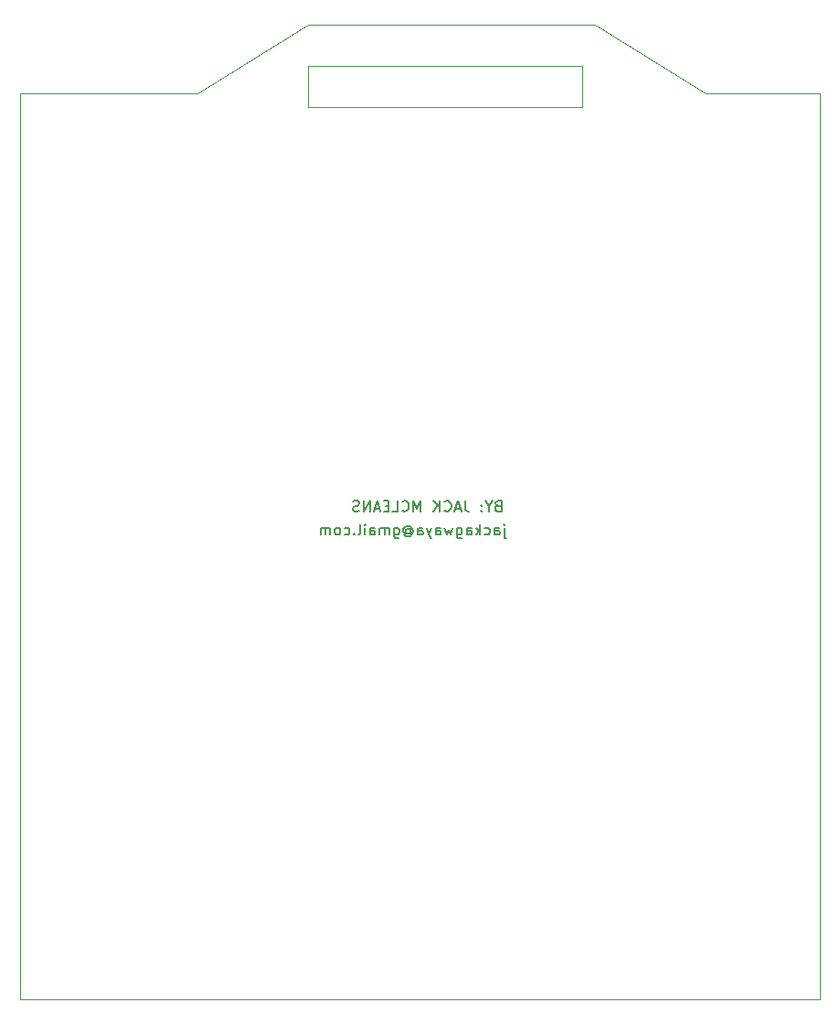
<source format=gbr>
G04 #@! TF.GenerationSoftware,KiCad,Pcbnew,(5.1.2)-2*
G04 #@! TF.CreationDate,2020-01-11T10:49:25+03:00*
G04 #@! TF.ProjectId,DINODE,44494e4f-4445-42e6-9b69-6361645f7063,rev?*
G04 #@! TF.SameCoordinates,Original*
G04 #@! TF.FileFunction,Legend,Bot*
G04 #@! TF.FilePolarity,Positive*
%FSLAX46Y46*%
G04 Gerber Fmt 4.6, Leading zero omitted, Abs format (unit mm)*
G04 Created by KiCad (PCBNEW (5.1.2)-2) date 2020-01-11 10:49:25*
%MOMM*%
%LPD*%
G04 APERTURE LIST*
%ADD10C,0.150000*%
%ADD11C,0.050000*%
G04 APERTURE END LIST*
D10*
X129912000Y-85891714D02*
X129912000Y-86748857D01*
X129959619Y-86844095D01*
X130054857Y-86891714D01*
X130102476Y-86891714D01*
X129912000Y-85558380D02*
X129959619Y-85606000D01*
X129912000Y-85653619D01*
X129864380Y-85606000D01*
X129912000Y-85558380D01*
X129912000Y-85653619D01*
X129007238Y-86558380D02*
X129007238Y-86034571D01*
X129054857Y-85939333D01*
X129150095Y-85891714D01*
X129340571Y-85891714D01*
X129435809Y-85939333D01*
X129007238Y-86510761D02*
X129102476Y-86558380D01*
X129340571Y-86558380D01*
X129435809Y-86510761D01*
X129483428Y-86415523D01*
X129483428Y-86320285D01*
X129435809Y-86225047D01*
X129340571Y-86177428D01*
X129102476Y-86177428D01*
X129007238Y-86129809D01*
X128102476Y-86510761D02*
X128197714Y-86558380D01*
X128388190Y-86558380D01*
X128483428Y-86510761D01*
X128531047Y-86463142D01*
X128578666Y-86367904D01*
X128578666Y-86082190D01*
X128531047Y-85986952D01*
X128483428Y-85939333D01*
X128388190Y-85891714D01*
X128197714Y-85891714D01*
X128102476Y-85939333D01*
X127673904Y-86558380D02*
X127673904Y-85558380D01*
X127578666Y-86177428D02*
X127292952Y-86558380D01*
X127292952Y-85891714D02*
X127673904Y-86272666D01*
X126435809Y-86558380D02*
X126435809Y-86034571D01*
X126483428Y-85939333D01*
X126578666Y-85891714D01*
X126769142Y-85891714D01*
X126864380Y-85939333D01*
X126435809Y-86510761D02*
X126531047Y-86558380D01*
X126769142Y-86558380D01*
X126864380Y-86510761D01*
X126912000Y-86415523D01*
X126912000Y-86320285D01*
X126864380Y-86225047D01*
X126769142Y-86177428D01*
X126531047Y-86177428D01*
X126435809Y-86129809D01*
X125531047Y-85891714D02*
X125531047Y-86701238D01*
X125578666Y-86796476D01*
X125626285Y-86844095D01*
X125721523Y-86891714D01*
X125864380Y-86891714D01*
X125959619Y-86844095D01*
X125531047Y-86510761D02*
X125626285Y-86558380D01*
X125816761Y-86558380D01*
X125912000Y-86510761D01*
X125959619Y-86463142D01*
X126007238Y-86367904D01*
X126007238Y-86082190D01*
X125959619Y-85986952D01*
X125912000Y-85939333D01*
X125816761Y-85891714D01*
X125626285Y-85891714D01*
X125531047Y-85939333D01*
X125150095Y-85891714D02*
X124959619Y-86558380D01*
X124769142Y-86082190D01*
X124578666Y-86558380D01*
X124388190Y-85891714D01*
X123578666Y-86558380D02*
X123578666Y-86034571D01*
X123626285Y-85939333D01*
X123721523Y-85891714D01*
X123912000Y-85891714D01*
X124007238Y-85939333D01*
X123578666Y-86510761D02*
X123673904Y-86558380D01*
X123912000Y-86558380D01*
X124007238Y-86510761D01*
X124054857Y-86415523D01*
X124054857Y-86320285D01*
X124007238Y-86225047D01*
X123912000Y-86177428D01*
X123673904Y-86177428D01*
X123578666Y-86129809D01*
X123197714Y-85891714D02*
X122959619Y-86558380D01*
X122721523Y-85891714D02*
X122959619Y-86558380D01*
X123054857Y-86796476D01*
X123102476Y-86844095D01*
X123197714Y-86891714D01*
X121912000Y-86558380D02*
X121912000Y-86034571D01*
X121959619Y-85939333D01*
X122054857Y-85891714D01*
X122245333Y-85891714D01*
X122340571Y-85939333D01*
X121912000Y-86510761D02*
X122007238Y-86558380D01*
X122245333Y-86558380D01*
X122340571Y-86510761D01*
X122388190Y-86415523D01*
X122388190Y-86320285D01*
X122340571Y-86225047D01*
X122245333Y-86177428D01*
X122007238Y-86177428D01*
X121912000Y-86129809D01*
X120816761Y-86082190D02*
X120864380Y-86034571D01*
X120959619Y-85986952D01*
X121054857Y-85986952D01*
X121150095Y-86034571D01*
X121197714Y-86082190D01*
X121245333Y-86177428D01*
X121245333Y-86272666D01*
X121197714Y-86367904D01*
X121150095Y-86415523D01*
X121054857Y-86463142D01*
X120959619Y-86463142D01*
X120864380Y-86415523D01*
X120816761Y-86367904D01*
X120816761Y-85986952D02*
X120816761Y-86367904D01*
X120769142Y-86415523D01*
X120721523Y-86415523D01*
X120626285Y-86367904D01*
X120578666Y-86272666D01*
X120578666Y-86034571D01*
X120673904Y-85891714D01*
X120816761Y-85796476D01*
X121007238Y-85748857D01*
X121197714Y-85796476D01*
X121340571Y-85891714D01*
X121435809Y-86034571D01*
X121483428Y-86225047D01*
X121435809Y-86415523D01*
X121340571Y-86558380D01*
X121197714Y-86653619D01*
X121007238Y-86701238D01*
X120816761Y-86653619D01*
X120673904Y-86558380D01*
X119721523Y-85891714D02*
X119721523Y-86701238D01*
X119769142Y-86796476D01*
X119816761Y-86844095D01*
X119912000Y-86891714D01*
X120054857Y-86891714D01*
X120150095Y-86844095D01*
X119721523Y-86510761D02*
X119816761Y-86558380D01*
X120007238Y-86558380D01*
X120102476Y-86510761D01*
X120150095Y-86463142D01*
X120197714Y-86367904D01*
X120197714Y-86082190D01*
X120150095Y-85986952D01*
X120102476Y-85939333D01*
X120007238Y-85891714D01*
X119816761Y-85891714D01*
X119721523Y-85939333D01*
X119245333Y-86558380D02*
X119245333Y-85891714D01*
X119245333Y-85986952D02*
X119197714Y-85939333D01*
X119102476Y-85891714D01*
X118959619Y-85891714D01*
X118864380Y-85939333D01*
X118816761Y-86034571D01*
X118816761Y-86558380D01*
X118816761Y-86034571D02*
X118769142Y-85939333D01*
X118673904Y-85891714D01*
X118531047Y-85891714D01*
X118435809Y-85939333D01*
X118388190Y-86034571D01*
X118388190Y-86558380D01*
X117483428Y-86558380D02*
X117483428Y-86034571D01*
X117531047Y-85939333D01*
X117626285Y-85891714D01*
X117816761Y-85891714D01*
X117912000Y-85939333D01*
X117483428Y-86510761D02*
X117578666Y-86558380D01*
X117816761Y-86558380D01*
X117912000Y-86510761D01*
X117959619Y-86415523D01*
X117959619Y-86320285D01*
X117912000Y-86225047D01*
X117816761Y-86177428D01*
X117578666Y-86177428D01*
X117483428Y-86129809D01*
X117007238Y-86558380D02*
X117007238Y-85891714D01*
X117007238Y-85558380D02*
X117054857Y-85606000D01*
X117007238Y-85653619D01*
X116959619Y-85606000D01*
X117007238Y-85558380D01*
X117007238Y-85653619D01*
X116388190Y-86558380D02*
X116483428Y-86510761D01*
X116531047Y-86415523D01*
X116531047Y-85558380D01*
X116007238Y-86463142D02*
X115959619Y-86510761D01*
X116007238Y-86558380D01*
X116054857Y-86510761D01*
X116007238Y-86463142D01*
X116007238Y-86558380D01*
X115102476Y-86510761D02*
X115197714Y-86558380D01*
X115388190Y-86558380D01*
X115483428Y-86510761D01*
X115531047Y-86463142D01*
X115578666Y-86367904D01*
X115578666Y-86082190D01*
X115531047Y-85986952D01*
X115483428Y-85939333D01*
X115388190Y-85891714D01*
X115197714Y-85891714D01*
X115102476Y-85939333D01*
X114531047Y-86558380D02*
X114626285Y-86510761D01*
X114673904Y-86463142D01*
X114721523Y-86367904D01*
X114721523Y-86082190D01*
X114673904Y-85986952D01*
X114626285Y-85939333D01*
X114531047Y-85891714D01*
X114388190Y-85891714D01*
X114292952Y-85939333D01*
X114245333Y-85986952D01*
X114197714Y-86082190D01*
X114197714Y-86367904D01*
X114245333Y-86463142D01*
X114292952Y-86510761D01*
X114388190Y-86558380D01*
X114531047Y-86558380D01*
X113769142Y-86558380D02*
X113769142Y-85891714D01*
X113769142Y-85986952D02*
X113721523Y-85939333D01*
X113626285Y-85891714D01*
X113483428Y-85891714D01*
X113388190Y-85939333D01*
X113340571Y-86034571D01*
X113340571Y-86558380D01*
X113340571Y-86034571D02*
X113292952Y-85939333D01*
X113197714Y-85891714D01*
X113054857Y-85891714D01*
X112959619Y-85939333D01*
X112912000Y-86034571D01*
X112912000Y-86558380D01*
D11*
X159131000Y-129540000D02*
X130810000Y-129540000D01*
X159131000Y-60198000D02*
X159131000Y-129540000D01*
X159131000Y-45720000D02*
X148590000Y-45720000D01*
X159131000Y-60198000D02*
X159131000Y-45720000D01*
D10*
X129332809Y-83875571D02*
X129189952Y-83923190D01*
X129142333Y-83970809D01*
X129094714Y-84066047D01*
X129094714Y-84208904D01*
X129142333Y-84304142D01*
X129189952Y-84351761D01*
X129285190Y-84399380D01*
X129666142Y-84399380D01*
X129666142Y-83399380D01*
X129332809Y-83399380D01*
X129237571Y-83447000D01*
X129189952Y-83494619D01*
X129142333Y-83589857D01*
X129142333Y-83685095D01*
X129189952Y-83780333D01*
X129237571Y-83827952D01*
X129332809Y-83875571D01*
X129666142Y-83875571D01*
X128475666Y-83923190D02*
X128475666Y-84399380D01*
X128809000Y-83399380D02*
X128475666Y-83923190D01*
X128142333Y-83399380D01*
X127809000Y-84304142D02*
X127761380Y-84351761D01*
X127809000Y-84399380D01*
X127856619Y-84351761D01*
X127809000Y-84304142D01*
X127809000Y-84399380D01*
X127809000Y-83780333D02*
X127761380Y-83827952D01*
X127809000Y-83875571D01*
X127856619Y-83827952D01*
X127809000Y-83780333D01*
X127809000Y-83875571D01*
X126285190Y-83399380D02*
X126285190Y-84113666D01*
X126332809Y-84256523D01*
X126428047Y-84351761D01*
X126570904Y-84399380D01*
X126666142Y-84399380D01*
X125856619Y-84113666D02*
X125380428Y-84113666D01*
X125951857Y-84399380D02*
X125618523Y-83399380D01*
X125285190Y-84399380D01*
X124380428Y-84304142D02*
X124428047Y-84351761D01*
X124570904Y-84399380D01*
X124666142Y-84399380D01*
X124809000Y-84351761D01*
X124904238Y-84256523D01*
X124951857Y-84161285D01*
X124999476Y-83970809D01*
X124999476Y-83827952D01*
X124951857Y-83637476D01*
X124904238Y-83542238D01*
X124809000Y-83447000D01*
X124666142Y-83399380D01*
X124570904Y-83399380D01*
X124428047Y-83447000D01*
X124380428Y-83494619D01*
X123951857Y-84399380D02*
X123951857Y-83399380D01*
X123380428Y-84399380D02*
X123809000Y-83827952D01*
X123380428Y-83399380D02*
X123951857Y-83970809D01*
X122189952Y-84399380D02*
X122189952Y-83399380D01*
X121856619Y-84113666D01*
X121523285Y-83399380D01*
X121523285Y-84399380D01*
X120475666Y-84304142D02*
X120523285Y-84351761D01*
X120666142Y-84399380D01*
X120761380Y-84399380D01*
X120904238Y-84351761D01*
X120999476Y-84256523D01*
X121047095Y-84161285D01*
X121094714Y-83970809D01*
X121094714Y-83827952D01*
X121047095Y-83637476D01*
X120999476Y-83542238D01*
X120904238Y-83447000D01*
X120761380Y-83399380D01*
X120666142Y-83399380D01*
X120523285Y-83447000D01*
X120475666Y-83494619D01*
X119570904Y-84399380D02*
X120047095Y-84399380D01*
X120047095Y-83399380D01*
X119237571Y-83875571D02*
X118904238Y-83875571D01*
X118761380Y-84399380D02*
X119237571Y-84399380D01*
X119237571Y-83399380D01*
X118761380Y-83399380D01*
X118380428Y-84113666D02*
X117904238Y-84113666D01*
X118475666Y-84399380D02*
X118142333Y-83399380D01*
X117809000Y-84399380D01*
X117475666Y-84399380D02*
X117475666Y-83399380D01*
X116904238Y-84399380D01*
X116904238Y-83399380D01*
X116475666Y-84351761D02*
X116332809Y-84399380D01*
X116094714Y-84399380D01*
X115999476Y-84351761D01*
X115951857Y-84304142D01*
X115904238Y-84208904D01*
X115904238Y-84113666D01*
X115951857Y-84018428D01*
X115999476Y-83970809D01*
X116094714Y-83923190D01*
X116285190Y-83875571D01*
X116380428Y-83827952D01*
X116428047Y-83780333D01*
X116475666Y-83685095D01*
X116475666Y-83589857D01*
X116428047Y-83494619D01*
X116380428Y-83447000D01*
X116285190Y-83399380D01*
X116047095Y-83399380D01*
X115904238Y-83447000D01*
D11*
X137160000Y-43180000D02*
X111760000Y-43180000D01*
X137160000Y-46990000D02*
X137160000Y-43180000D01*
X111760000Y-46990000D02*
X137160000Y-46990000D01*
X111760000Y-43180000D02*
X111760000Y-46990000D01*
X138303000Y-39370000D02*
X148590000Y-45720000D01*
X136017000Y-39370000D02*
X138303000Y-39370000D01*
X111760000Y-39370000D02*
X136017000Y-39370000D01*
X101473000Y-45720000D02*
X111760000Y-39370000D01*
X86995000Y-45720000D02*
X101473000Y-45720000D01*
X85090000Y-45720000D02*
X86995000Y-45720000D01*
X85090000Y-129540000D02*
X90170000Y-129540000D01*
X85090000Y-45720000D02*
X85090000Y-129540000D01*
X90170000Y-129540000D02*
X130810000Y-129540000D01*
M02*

</source>
